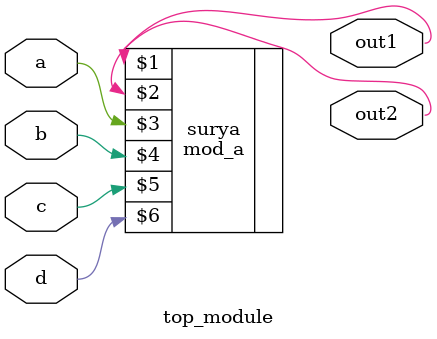
<source format=v>
module top_module ( 
    input a, 
    input b, 
    input c,
    input d,
    output out1,
    output out2
);
     mod_a surya(out1, out2, a, b, c,d);
endmodule

</source>
